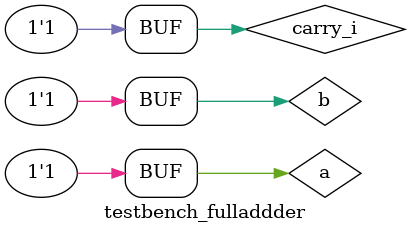
<source format=sv>
`timescale 1ns / 1ps


module testbench_fulladdder();

    logic a, b, carry_i, carry_o, sum;

    fulladder fulladder_instance(
    .a_i(a),
    .b_i(b),
    .carry_i(carry_i),
    .sum_o(sum),
    .carry_o(carry_o)
    );
    
    initial begin
        a = 1'b0; b = 1'b0; carry_i = 1'b0;
        #10;
        a = 1'b0; b = 1'b0; carry_i = 1'b1;
        #10;
        a = 1'b0; b = 1'b1; carry_i = 1'b0;
        #10;
        a = 1'b0; b = 1'b1; carry_i = 1'b1;
        #10;
        a = 1'b1; b = 1'b0; carry_i = 1'b0;
        #10;
        a = 1'b1; b = 1'b0; carry_i = 1'b1;
        #10;
        a = 1'b1; b = 1'b1; carry_i = 1'b0;
        #10;
        a = 1'b1; b = 1'b1; carry_i = 1'b1;
        #10;
    end

endmodule

</source>
